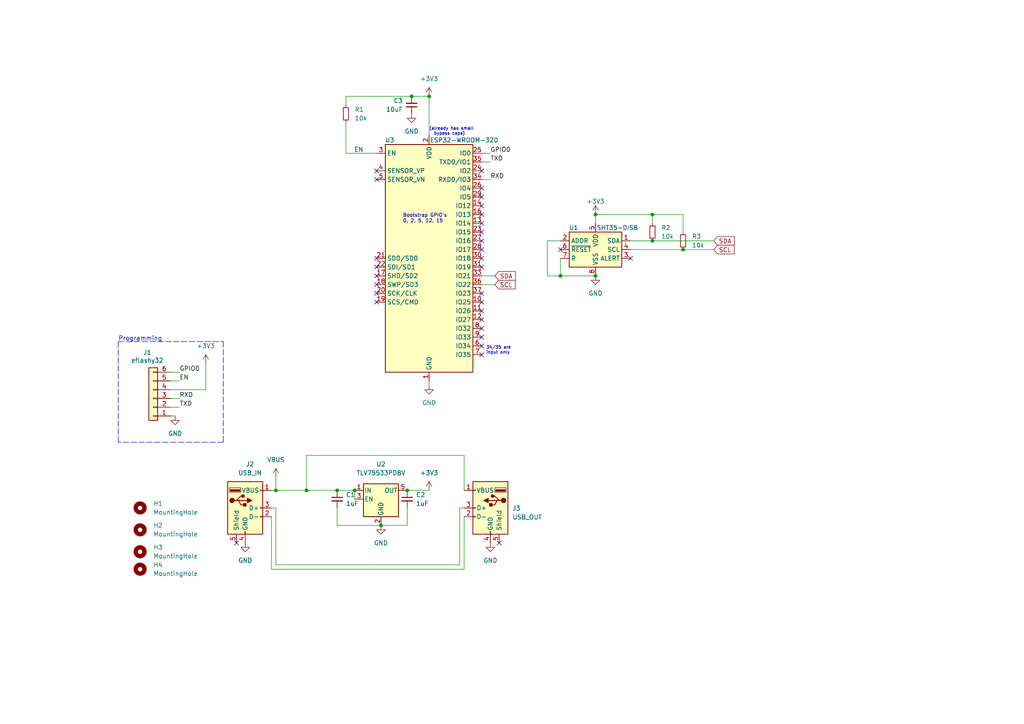
<source format=kicad_sch>
(kicad_sch (version 20210621) (generator eeschema)
  (paper "A4")
  (lib_symbols
    (symbol "Connector:USB_A" (pin_names (offset 1.016))
      (property "Reference" "J" (at -5.08 11.43 0))
      (property "Value" "USB_A" (at -5.08 8.89 0))
      (symbol "USB_A_0_1"
        (circle (center -3.81 2.159) (radius 0.635) (stroke (width 0.254)) (fill (type outline)))
        (circle (center -0.635 3.429) (radius 0.381) (stroke (width 0.254)) (fill (type outline)))
        (rectangle (start -1.27 4.572) (end -4.572 5.842))
        (rectangle (start -0.127 -7.62) (end 0.127 -6.858))
        (rectangle (start 5.08 -2.667) (end 4.318 -2.413))
        (rectangle (start 5.08 -0.127) (end 4.318 0.127))
        (rectangle (start 5.08 4.953) (end 4.318 5.207))
        (rectangle (start -1.524 4.826) (end -4.318 5.334) (fill (type outline)))
        (rectangle (start 0.254 1.27) (end -0.508 0.508) (stroke (width 0.254)) (fill (type outline)))
        (rectangle (start -5.08 -7.62) (end 5.08 7.62) (stroke (width 0.254)) (fill (type background)))
        (polyline (pts (xy -3.175 2.159) (xy -2.54 2.159) (xy -1.27 3.429) (xy -0.635 3.429)) (stroke (width 0.254)))
        (polyline (pts (xy -2.54 2.159) (xy -1.905 2.159) (xy -1.27 0.889) (xy 0 0.889)) (stroke (width 0.254)))
        (polyline (pts (xy 0.635 2.794) (xy 0.635 1.524) (xy 1.905 2.159) (xy 0.635 2.794)) (stroke (width 0.254)) (fill (type outline)))
      )
      (symbol "USB_A_1_1"
        (polyline (pts (xy -1.905 2.159) (xy 0.635 2.159)) (stroke (width 0.254)))
        (pin power_in line (at 7.62 5.08 180) (length 2.54) (name "VBUS") (number "1"))
        (pin bidirectional line (at 7.62 -2.54 180) (length 2.54) (name "D-") (number "2"))
        (pin bidirectional line (at 7.62 0 180) (length 2.54) (name "D+") (number "3"))
        (pin power_in line (at 0 -10.16 90) (length 2.54) (name "GND") (number "4"))
        (pin passive line (at -2.54 -10.16 90) (length 2.54) (name "Shield") (number "5"))
      )
    )
    (symbol "Connector_Generic:Conn_01x06" (pin_names (offset 1.016) hide)
      (property "Reference" "J" (at 0 7.62 0))
      (property "Value" "Conn_01x06" (at 0 -10.16 0))
      (symbol "Conn_01x06_1_1"
        (rectangle (start -1.27 -7.493) (end 0 -7.747) (stroke (width 0.1524)))
        (rectangle (start -1.27 -4.953) (end 0 -5.207) (stroke (width 0.1524)))
        (rectangle (start -1.27 -2.413) (end 0 -2.667) (stroke (width 0.1524)))
        (rectangle (start -1.27 0.127) (end 0 -0.127) (stroke (width 0.1524)))
        (rectangle (start -1.27 2.667) (end 0 2.413) (stroke (width 0.1524)))
        (rectangle (start -1.27 5.207) (end 0 4.953) (stroke (width 0.1524)))
        (rectangle (start -1.27 6.35) (end 1.27 -8.89) (stroke (width 0.254)) (fill (type background)))
        (pin passive line (at -5.08 5.08 0) (length 3.81) (name "Pin_1") (number "1"))
        (pin passive line (at -5.08 2.54 0) (length 3.81) (name "Pin_2") (number "2"))
        (pin passive line (at -5.08 0 0) (length 3.81) (name "Pin_3") (number "3"))
        (pin passive line (at -5.08 -2.54 0) (length 3.81) (name "Pin_4") (number "4"))
        (pin passive line (at -5.08 -5.08 0) (length 3.81) (name "Pin_5") (number "5"))
        (pin passive line (at -5.08 -7.62 0) (length 3.81) (name "Pin_6") (number "6"))
      )
    )
    (symbol "Device:C_Small" (pin_numbers hide) (pin_names (offset 0.254) hide)
      (property "Reference" "C" (at 0.254 1.778 0))
      (property "Value" "C_Small" (at 0.254 -2.032 0))
      (symbol "C_Small_0_1"
        (polyline (pts (xy -1.524 -0.508) (xy 1.524 -0.508)) (stroke (width 0.3302)))
        (polyline (pts (xy -1.524 0.508) (xy 1.524 0.508)) (stroke (width 0.3048)))
      )
      (symbol "C_Small_1_1"
        (pin passive line (at 0 2.54 270) (length 2.032) (name "~") (number "1"))
        (pin passive line (at 0 -2.54 90) (length 2.032) (name "~") (number "2"))
      )
    )
    (symbol "Device:R_Small" (pin_numbers hide) (pin_names (offset 0.254) hide)
      (property "Reference" "R" (at 0.762 0.508 0))
      (property "Value" "R_Small" (at 0.762 -1.016 0))
      (symbol "R_Small_0_1"
        (rectangle (start -0.762 1.778) (end 0.762 -1.778) (stroke (width 0.2032)))
      )
      (symbol "R_Small_1_1"
        (pin passive line (at 0 2.54 270) (length 0.762) (name "~") (number "1"))
        (pin passive line (at 0 -2.54 90) (length 0.762) (name "~") (number "2"))
      )
    )
    (symbol "Mechanical:MountingHole" (pin_names (offset 1.016))
      (property "Reference" "H" (at 0 5.08 0))
      (property "Value" "MountingHole" (at 0 3.175 0))
      (symbol "MountingHole_0_1"
        (circle (center 0 0) (radius 1.27) (stroke (width 1.27)))
      )
    )
    (symbol "RF_Module:ESP32-WROOM-32D"
      (property "Reference" "U" (at -12.7 34.29 0))
      (property "Value" "ESP32-WROOM-32D" (at 1.27 34.29 0))
      (symbol "ESP32-WROOM-32D_0_1"
        (rectangle (start -12.7 33.02) (end 12.7 -33.02) (stroke (width 0.254)) (fill (type background)))
      )
      (symbol "ESP32-WROOM-32D_1_1"
        (pin power_in line (at 0 -35.56 90) (length 2.54) (name "GND") (number "1"))
        (pin bidirectional line (at 15.24 -12.7 180) (length 2.54) (name "IO25") (number "10"))
        (pin bidirectional line (at 15.24 -15.24 180) (length 2.54) (name "IO26") (number "11"))
        (pin bidirectional line (at 15.24 -17.78 180) (length 2.54) (name "IO27") (number "12"))
        (pin bidirectional line (at 15.24 10.16 180) (length 2.54) (name "IO14") (number "13"))
        (pin bidirectional line (at 15.24 15.24 180) (length 2.54) (name "IO12") (number "14"))
        (pin passive line (at 0 -35.56 90) (length 2.54) hide (name "GND") (number "15"))
        (pin bidirectional line (at 15.24 12.7 180) (length 2.54) (name "IO13") (number "16"))
        (pin bidirectional line (at -15.24 -5.08 0) (length 2.54) (name "SHD/SD2") (number "17"))
        (pin bidirectional line (at -15.24 -7.62 0) (length 2.54) (name "SWP/SD3") (number "18"))
        (pin bidirectional line (at -15.24 -12.7 0) (length 2.54) (name "SCS/CMD") (number "19"))
        (pin power_in line (at 0 35.56 270) (length 2.54) (name "VDD") (number "2"))
        (pin bidirectional line (at -15.24 -10.16 0) (length 2.54) (name "SCK/CLK") (number "20"))
        (pin bidirectional line (at -15.24 0 0) (length 2.54) (name "SDO/SD0") (number "21"))
        (pin bidirectional line (at -15.24 -2.54 0) (length 2.54) (name "SDI/SD1") (number "22"))
        (pin bidirectional line (at 15.24 7.62 180) (length 2.54) (name "IO15") (number "23"))
        (pin bidirectional line (at 15.24 25.4 180) (length 2.54) (name "IO2") (number "24"))
        (pin bidirectional line (at 15.24 30.48 180) (length 2.54) (name "IO0") (number "25"))
        (pin bidirectional line (at 15.24 20.32 180) (length 2.54) (name "IO4") (number "26"))
        (pin bidirectional line (at 15.24 5.08 180) (length 2.54) (name "IO16") (number "27"))
        (pin bidirectional line (at 15.24 2.54 180) (length 2.54) (name "IO17") (number "28"))
        (pin bidirectional line (at 15.24 17.78 180) (length 2.54) (name "IO5") (number "29"))
        (pin input line (at -15.24 30.48 0) (length 2.54) (name "EN") (number "3"))
        (pin bidirectional line (at 15.24 0 180) (length 2.54) (name "IO18") (number "30"))
        (pin bidirectional line (at 15.24 -2.54 180) (length 2.54) (name "IO19") (number "31"))
        (pin no_connect line (at -12.7 -27.94 0) (length 2.54) hide (name "NC") (number "32"))
        (pin bidirectional line (at 15.24 -5.08 180) (length 2.54) (name "IO21") (number "33"))
        (pin bidirectional line (at 15.24 22.86 180) (length 2.54) (name "RXD0/IO3") (number "34"))
        (pin bidirectional line (at 15.24 27.94 180) (length 2.54) (name "TXD0/IO1") (number "35"))
        (pin bidirectional line (at 15.24 -7.62 180) (length 2.54) (name "IO22") (number "36"))
        (pin bidirectional line (at 15.24 -10.16 180) (length 2.54) (name "IO23") (number "37"))
        (pin passive line (at 0 -35.56 90) (length 2.54) hide (name "GND") (number "38"))
        (pin passive line (at 0 -35.56 90) (length 2.54) hide (name "GND") (number "39"))
        (pin input line (at -15.24 25.4 0) (length 2.54) (name "SENSOR_VP") (number "4"))
        (pin input line (at -15.24 22.86 0) (length 2.54) (name "SENSOR_VN") (number "5"))
        (pin input line (at 15.24 -25.4 180) (length 2.54) (name "IO34") (number "6"))
        (pin input line (at 15.24 -27.94 180) (length 2.54) (name "IO35") (number "7"))
        (pin bidirectional line (at 15.24 -20.32 180) (length 2.54) (name "IO32") (number "8"))
        (pin bidirectional line (at 15.24 -22.86 180) (length 2.54) (name "IO33") (number "9"))
      )
    )
    (symbol "Regulator_Linear:TLV75533PDBV" (pin_names (offset 0.254))
      (property "Reference" "U" (at -3.81 5.715 0))
      (property "Value" "TLV75533PDBV" (at 0 5.715 0))
      (symbol "TLV75533PDBV_0_1"
        (rectangle (start -5.08 4.445) (end 5.08 -5.08) (stroke (width 0.254)) (fill (type background)))
      )
      (symbol "TLV75533PDBV_1_1"
        (pin power_in line (at -7.62 2.54 0) (length 2.54) (name "IN") (number "1"))
        (pin power_in line (at 0 -7.62 90) (length 2.54) (name "GND") (number "2"))
        (pin input line (at -7.62 0 0) (length 2.54) (name "EN") (number "3"))
        (pin no_connect line (at 5.08 0 180) (length 2.54) hide (name "NC") (number "4"))
        (pin power_out line (at 7.62 2.54 180) (length 2.54) (name "OUT") (number "5"))
      )
    )
    (symbol "Sensor_Humidity:SHT30-DIS"
      (property "Reference" "U" (at -6.35 6.35 0))
      (property "Value" "SHT30-DIS" (at 6.35 6.35 0))
      (symbol "SHT30-DIS_0_1"
        (rectangle (start -7.62 5.08) (end 7.62 -5.08) (stroke (width 0.254)) (fill (type background)))
      )
      (symbol "SHT30-DIS_1_1"
        (pin bidirectional line (at 10.16 2.54 180) (length 2.54) (name "SDA") (number "1"))
        (pin input line (at -10.16 2.54 0) (length 2.54) (name "ADDR") (number "2"))
        (pin output line (at 10.16 -2.54 180) (length 2.54) (name "ALERT") (number "3"))
        (pin input line (at 10.16 0 180) (length 2.54) (name "SCL") (number "4"))
        (pin power_in line (at 0 7.62 270) (length 2.54) (name "VDD") (number "5"))
        (pin input line (at -10.16 0 0) (length 2.54) (name "~{RESET}") (number "6"))
        (pin passive line (at -10.16 -2.54 0) (length 2.54) (name "R") (number "7"))
        (pin power_in line (at 0 -7.62 90) (length 2.54) (name "VSS") (number "8"))
        (pin passive line (at 0 -7.62 90) (length 2.54) hide (name "VSS") (number "9"))
      )
    )
    (symbol "power:+3V3" (power) (pin_names (offset 0))
      (property "Value" "+3V3" (at 0 3.556 0))
      (symbol "+3V3_0_1"
        (polyline (pts (xy -0.762 1.27) (xy 0 2.54)))
        (polyline (pts (xy 0 0) (xy 0 2.54)))
        (polyline (pts (xy 0 2.54) (xy 0.762 1.27)))
      )
      (symbol "+3V3_1_1"
        (pin power_in line (at 0 0 90) (length 0) hide (name "+3V3") (number "1"))
      )
    )
    (symbol "power:GND" (power) (pin_names (offset 0))
      (property "Value" "GND" (at 0 -3.81 0))
      (symbol "GND_0_1"
        (polyline (pts (xy 0 0) (xy 0 -1.27) (xy 1.27 -1.27) (xy 0 -2.54) (xy -1.27 -1.27) (xy 0 -1.27)))
      )
      (symbol "GND_1_1"
        (pin power_in line (at 0 0 270) (length 0) hide (name "GND") (number "1"))
      )
    )
    (symbol "power:VBUS" (power) (pin_names (offset 0))
      (property "Value" "VBUS" (at 0 3.81 0))
      (symbol "VBUS_0_1"
        (polyline (pts (xy -0.762 1.27) (xy 0 2.54)))
        (polyline (pts (xy 0 0) (xy 0 2.54)))
        (polyline (pts (xy 0 2.54) (xy 0.762 1.27)))
      )
      (symbol "VBUS_1_1"
        (pin power_in line (at 0 0 90) (length 0) hide (name "VBUS") (number "1"))
      )
    )
  )
  (junction (at 80.01 142.24) (diameter 0.9144))
  (junction (at 88.9 142.24) (diameter 0.9144))
  (junction (at 97.79 142.24) (diameter 0.9144))
  (junction (at 102.87 142.24) (diameter 0.9144))
  (junction (at 110.49 152.4) (diameter 0.9144))
  (junction (at 118.11 142.24) (diameter 0.9144))
  (junction (at 119.38 27.94) (diameter 0.9144))
  (junction (at 124.46 27.94) (diameter 0.9144))
  (junction (at 162.56 80.01) (diameter 0.9144))
  (junction (at 172.72 62.23) (diameter 0.9144))
  (junction (at 172.72 80.01) (diameter 0.9144))
  (junction (at 189.23 62.23) (diameter 0.9144))
  (junction (at 189.23 69.85) (diameter 0.9144))
  (junction (at 198.12 72.39) (diameter 0.9144))
  (no_connect (at 68.58 157.48))
  (no_connect (at 109.22 49.53))
  (no_connect (at 109.22 52.07))
  (no_connect (at 109.22 74.93))
  (no_connect (at 109.22 77.47))
  (no_connect (at 109.22 80.01))
  (no_connect (at 109.22 82.55))
  (no_connect (at 109.22 85.09))
  (no_connect (at 109.22 87.63))
  (no_connect (at 139.7 49.53))
  (no_connect (at 139.7 54.61))
  (no_connect (at 139.7 57.15))
  (no_connect (at 139.7 59.69))
  (no_connect (at 139.7 62.23))
  (no_connect (at 139.7 64.77))
  (no_connect (at 139.7 67.31))
  (no_connect (at 139.7 69.85))
  (no_connect (at 139.7 72.39))
  (no_connect (at 139.7 74.93))
  (no_connect (at 139.7 77.47))
  (no_connect (at 139.7 85.09))
  (no_connect (at 139.7 87.63))
  (no_connect (at 139.7 90.17))
  (no_connect (at 139.7 92.71))
  (no_connect (at 139.7 95.25))
  (no_connect (at 139.7 97.79))
  (no_connect (at 139.7 100.33))
  (no_connect (at 139.7 102.87))
  (no_connect (at 144.78 157.48))
  (no_connect (at 162.56 72.39))
  (no_connect (at 182.88 74.93))
  (wire (pts (xy 49.53 110.49) (xy 52.07 110.49)))
  (wire (pts (xy 49.53 113.03) (xy 59.69 113.03)))
  (wire (pts (xy 49.53 118.11) (xy 52.07 118.11)))
  (wire (pts (xy 49.53 120.65) (xy 50.8 120.65)))
  (wire (pts (xy 52.07 107.95) (xy 49.53 107.95)))
  (wire (pts (xy 52.07 115.57) (xy 49.53 115.57)))
  (wire (pts (xy 59.69 113.03) (xy 59.69 105.41)))
  (wire (pts (xy 78.74 147.32) (xy 80.01 147.32)))
  (wire (pts (xy 78.74 165.1) (xy 78.74 149.86)))
  (wire (pts (xy 80.01 138.43) (xy 80.01 142.24)))
  (wire (pts (xy 80.01 142.24) (xy 78.74 142.24)))
  (wire (pts (xy 80.01 142.24) (xy 88.9 142.24)))
  (wire (pts (xy 80.01 147.32) (xy 80.01 163.83)))
  (wire (pts (xy 80.01 163.83) (xy 133.35 163.83)))
  (wire (pts (xy 88.9 132.08) (xy 134.62 132.08)))
  (wire (pts (xy 88.9 142.24) (xy 88.9 132.08)))
  (wire (pts (xy 88.9 142.24) (xy 97.79 142.24)))
  (wire (pts (xy 97.79 142.24) (xy 102.87 142.24)))
  (wire (pts (xy 97.79 152.4) (xy 97.79 147.32)))
  (wire (pts (xy 97.79 152.4) (xy 110.49 152.4)))
  (wire (pts (xy 100.33 27.94) (xy 100.33 30.48)))
  (wire (pts (xy 100.33 35.56) (xy 100.33 44.45)))
  (wire (pts (xy 102.87 142.24) (xy 102.87 144.78)))
  (wire (pts (xy 109.22 44.45) (xy 100.33 44.45)))
  (wire (pts (xy 110.49 152.4) (xy 118.11 152.4)))
  (wire (pts (xy 118.11 147.32) (xy 118.11 152.4)))
  (wire (pts (xy 119.38 27.94) (xy 100.33 27.94)))
  (wire (pts (xy 119.38 27.94) (xy 124.46 27.94)))
  (wire (pts (xy 124.46 27.94) (xy 124.46 39.37)))
  (wire (pts (xy 124.46 110.49) (xy 124.46 111.76)))
  (wire (pts (xy 124.46 142.24) (xy 118.11 142.24)))
  (wire (pts (xy 133.35 147.32) (xy 134.62 147.32)))
  (wire (pts (xy 133.35 163.83) (xy 133.35 147.32)))
  (wire (pts (xy 134.62 132.08) (xy 134.62 142.24)))
  (wire (pts (xy 134.62 149.86) (xy 134.62 165.1)))
  (wire (pts (xy 134.62 165.1) (xy 78.74 165.1)))
  (wire (pts (xy 139.7 44.45) (xy 142.24 44.45)))
  (wire (pts (xy 139.7 80.01) (xy 143.51 80.01)))
  (wire (pts (xy 139.7 82.55) (xy 143.51 82.55)))
  (wire (pts (xy 142.24 46.99) (xy 139.7 46.99)))
  (wire (pts (xy 142.24 52.07) (xy 139.7 52.07)))
  (wire (pts (xy 158.75 69.85) (xy 158.75 80.01)))
  (wire (pts (xy 158.75 80.01) (xy 162.56 80.01)))
  (wire (pts (xy 162.56 69.85) (xy 158.75 69.85)))
  (wire (pts (xy 162.56 74.93) (xy 162.56 80.01)))
  (wire (pts (xy 162.56 80.01) (xy 172.72 80.01)))
  (wire (pts (xy 172.72 62.23) (xy 172.72 64.77)))
  (wire (pts (xy 172.72 62.23) (xy 189.23 62.23)))
  (wire (pts (xy 182.88 69.85) (xy 189.23 69.85)))
  (wire (pts (xy 182.88 72.39) (xy 198.12 72.39)))
  (wire (pts (xy 189.23 62.23) (xy 189.23 64.77)))
  (wire (pts (xy 189.23 69.85) (xy 207.01 69.85)))
  (wire (pts (xy 198.12 62.23) (xy 189.23 62.23)))
  (wire (pts (xy 198.12 67.31) (xy 198.12 62.23)))
  (wire (pts (xy 198.12 72.39) (xy 207.01 72.39)))
  (polyline (pts (xy 34.29 99.06) (xy 64.77 99.06)) (stroke (width 0) (type dash)))
  (polyline (pts (xy 34.29 128.27) (xy 34.29 99.06)) (stroke (width 0) (type dash)))
  (polyline (pts (xy 64.77 99.06) (xy 64.77 128.27)) (stroke (width 0) (type dash)))
  (polyline (pts (xy 64.77 128.27) (xy 34.29 128.27)) (stroke (width 0) (type dash)))
  (text "Programming" (at 34.29 99.06 0) (effects (font (size 1.27 1.27)) (justify left bottom)))
  (text "Bootstrap GPIO's\n0, 2, 5, 12, 15" (at 116.84 64.77 0) (effects (font (size 0.9906 0.9906)) (justify left bottom)))
  (text "(already has small \n  bypass caps)" (at 124.46 39.37 0) (effects (font (size 0.889 0.889)) (justify left bottom)))
  (text "34/35 are\ninput only" (at 140.97 102.87 0) (effects (font (size 0.889 0.889)) (justify left bottom)))
  (label "GPIO0" (at 52.07 107.95 0))
  (label "EN" (at 52.07 110.49 0))
  (label "RXD" (at 52.07 115.57 0))
  (label "TXD" (at 52.07 118.11 0))
  (label "EN" (at 105.41 44.45 180))
  (label "GPIO0" (at 142.24 44.45 0))
  (label "TXD" (at 142.24 46.99 0))
  (label "RXD" (at 142.24 52.07 0))
  (global_label "SDA" (shape input) (at 143.51 80.01 0) (property "Intersheet References" "${INTERSHEET_REFS}" (effects hide)))
  (global_label "SCL" (shape input) (at 143.51 82.55 0) (property "Intersheet References" "${INTERSHEET_REFS}" (effects hide)))
  (global_label "SDA" (shape input) (at 207.01 69.85 0) (property "Intersheet References" "${INTERSHEET_REFS}" (effects hide)))
  (global_label "SCL" (shape input) (at 207.01 72.39 0) (property "Intersheet References" "${INTERSHEET_REFS}" (effects hide)))
  (symbol (lib_id "power:+3V3") (at 59.69 105.41 0) (unit 1)
    (property "Reference" "#PWR0103" (effects hide))
    (property "Value" "+3V3" (at 59.69 100.33 0))
  )
  (symbol (lib_id "power:VBUS") (at 80.01 138.43 0) (unit 1)
    (property "Reference" "#PWR0102" (effects hide))
    (property "Value" "VBUS" (at 80.01 133.35 0))
  )
  (symbol (lib_id "power:+3V3") (at 124.46 27.94 0) (unit 1)
    (property "Reference" "#PWR0109" (effects hide))
    (property "Value" "+3V3" (at 124.46 22.86 0))
  )
  (symbol (lib_id "power:+3V3") (at 124.46 142.24 0) (unit 1)
    (property "Reference" "#PWR0105" (effects hide))
    (property "Value" "+3V3" (at 124.46 137.16 0))
  )
  (symbol (lib_id "power:+3V3") (at 172.72 62.23 0) (unit 1)
    (property "Reference" "#PWR0111" (effects hide))
    (property "Value" "+3V3" (at 172.72 58.42 0))
  )
  (symbol (lib_id "power:GND") (at 50.8 120.65 0) (unit 1)
    (property "Reference" "#PWR0104" (effects hide))
    (property "Value" "GND" (at 50.8 125.73 0))
  )
  (symbol (lib_id "power:GND") (at 71.12 157.48 0) (unit 1)
    (property "Reference" "#PWR0101" (effects hide))
    (property "Value" "GND" (at 71.12 162.56 0))
  )
  (symbol (lib_id "power:GND") (at 110.49 152.4 0) (unit 1)
    (property "Reference" "#PWR0106" (effects hide))
    (property "Value" "GND" (at 110.49 157.48 0))
  )
  (symbol (lib_id "power:GND") (at 119.38 33.02 0) (unit 1)
    (property "Reference" "#PWR0110" (effects hide))
    (property "Value" "GND" (at 119.38 38.1 0))
  )
  (symbol (lib_id "power:GND") (at 124.46 111.76 0) (unit 1)
    (property "Reference" "#PWR0107" (effects hide))
    (property "Value" "GND" (at 124.46 116.84 0))
  )
  (symbol (lib_id "power:GND") (at 142.24 157.48 0) (unit 1)
    (property "Reference" "#PWR0108" (effects hide))
    (property "Value" "GND" (at 142.24 162.56 0))
  )
  (symbol (lib_id "power:GND") (at 172.72 80.01 0) (unit 1)
    (property "Reference" "#PWR0112" (effects hide))
    (property "Value" "GND" (at 172.72 85.09 0))
  )
  (symbol (lib_id "Device:R_Small") (at 100.33 33.02 0) (unit 1)
    (property "Reference" "R1" (at 102.87 31.7499 0) (effects (justify left)))
    (property "Value" "10k" (at 102.87 34.2899 0) (effects (justify left)))
    (property "Footprint" "Resistor_SMD:R_0805_2012Metric" (effects hide))
    (property "LCSC" "C17414" (effects hide))
  )
  (symbol (lib_id "Device:R_Small") (at 189.23 67.31 0) (unit 1)
    (property "Reference" "R2" (at 191.77 66.0399 0) (effects (justify left)))
    (property "Value" "10k" (at 191.77 68.5799 0) (effects (justify left)))
    (property "Footprint" "Resistor_SMD:R_0805_2012Metric" (effects hide))
    (property "LCSC" "C17414" (effects hide))
  )
  (symbol (lib_id "Device:R_Small") (at 198.12 69.85 0) (unit 1)
    (property "Reference" "R3" (at 200.66 68.5799 0) (effects (justify left)))
    (property "Value" "10k" (at 200.66 71.1199 0) (effects (justify left)))
    (property "Footprint" "Resistor_SMD:R_0805_2012Metric" (effects hide))
    (property "LCSC" "C17414" (effects hide))
  )
  (symbol (lib_id "Mechanical:MountingHole") (at 40.64 147.32 0) (unit 1)
    (property "Reference" "H1" (at 44.45 146.0499 0) (effects (justify left)))
    (property "Value" "MountingHole" (at 44.45 148.5899 0) (effects (justify left)))
    (property "Footprint" "MountingHole:MountingHole_3.2mm_M3" (effects hide))
  )
  (symbol (lib_id "Mechanical:MountingHole") (at 40.64 153.67 0) (unit 1)
    (property "Reference" "H2" (at 44.45 152.3999 0) (effects (justify left)))
    (property "Value" "MountingHole" (at 44.45 154.9399 0) (effects (justify left)))
    (property "Footprint" "MountingHole:MountingHole_3.2mm_M3" (effects hide))
  )
  (symbol (lib_id "Mechanical:MountingHole") (at 40.64 160.02 0) (unit 1)
    (property "Reference" "H3" (at 44.45 158.7499 0) (effects (justify left)))
    (property "Value" "MountingHole" (at 44.45 161.2899 0) (effects (justify left)))
    (property "Footprint" "MountingHole:MountingHole_3.2mm_M3" (effects hide))
  )
  (symbol (lib_id "Mechanical:MountingHole") (at 40.64 165.1 0) (unit 1)
    (property "Reference" "H4" (at 44.45 163.8299 0) (effects (justify left)))
    (property "Value" "MountingHole" (at 44.45 166.3699 0) (effects (justify left)))
    (property "Footprint" "MountingHole:MountingHole_3.2mm_M3" (effects hide))
  )
  (symbol (lib_id "Device:C_Small") (at 97.79 144.78 0) (unit 1)
    (property "Reference" "C1" (at 100.33 143.5099 0) (effects (justify left)))
    (property "Value" "1uF" (at 100.33 146.0499 0) (effects (justify left)))
    (property "Footprint" "Capacitor_SMD:C_0805_2012Metric" (effects hide))
    (property "LCSC" "C28323" (effects hide))
  )
  (symbol (lib_id "Device:C_Small") (at 118.11 144.78 0) (unit 1)
    (property "Reference" "C2" (at 120.65 143.5099 0) (effects (justify left)))
    (property "Value" "1uF" (at 120.65 146.0499 0) (effects (justify left)))
    (property "Footprint" "Capacitor_SMD:C_0805_2012Metric" (effects hide))
    (property "LCSC" "C28323" (effects hide))
  )
  (symbol (lib_id "Device:C_Small") (at 119.38 30.48 0) (mirror x) (unit 1)
    (property "Reference" "C3" (at 116.84 29.2099 0) (effects (justify right)))
    (property "Value" "10uF" (at 116.84 31.7499 0) (effects (justify right)))
    (property "Footprint" "Capacitor_SMD:C_0805_2012Metric" (effects hide))
    (property "LCSC" "C15850" (effects hide))
  )
  (symbol (lib_id "Connector_Generic:Conn_01x06") (at 44.45 115.57 180) (unit 1)
    (property "Reference" "J1" (at 42.7228 102.235 0))
    (property "Value" "eflashy32" (at 42.7228 104.5464 0))
    (property "Footprint" "Connector_PinHeader_2.54mm:PinHeader_1x06_P2.54mm_Vertical" (effects hide))
  )
  (symbol (lib_id "Regulator_Linear:TLV75533PDBV") (at 110.49 144.78 0) (unit 1)
    (property "Reference" "U2" (at 110.49 134.62 0))
    (property "Value" "TLV75533PDBV" (at 110.49 137.16 0))
    (property "Footprint" "Package_TO_SOT_SMD:SOT-23-5" (effects hide))
    (property "Datasheet" "http://www.ti.com/lit/ds/symlink/tlv755p.pdf" (effects hide))
    (property "LCSC" "C404027" (effects hide))
  )
  (symbol (lib_id "Connector:USB_A") (at 71.12 147.32 0) (unit 1)
    (property "Reference" "J2" (at 72.517 134.62 0))
    (property "Value" "USB_IN" (at 72.517 137.16 0))
    (property "Footprint" "esphome-humitemp:MOLEX_48037-0001" (effects hide))
    (property "Datasheet" " ~" (effects hide))
    (property "LCSC" "C112454" (effects hide))
  )
  (symbol (lib_id "Connector:USB_A") (at 142.24 147.32 0) (mirror y) (unit 1)
    (property "Reference" "J3" (at 148.59 147.4469 0) (effects (justify right)))
    (property "Value" "USB_OUT" (at 148.59 149.9869 0) (effects (justify right)))
    (property "Footprint" "Connector_USB:USB_A_Molex_67643_Horizontal" (effects hide))
    (property "Datasheet" " ~" (effects hide))
    (property "LCSC" "C2346" (effects hide))
  )
  (symbol (lib_id "Sensor_Humidity:SHT30-DIS") (at 172.72 72.39 0) (unit 1)
    (property "Reference" "U1" (at 166.37 66.04 0))
    (property "Value" "SHT35-DISB" (at 179.07 66.04 0))
    (property "Footprint" "Sensor_Humidity:Sensirion_DFN-8-1EP_2.5x2.5mm_P0.5mm_EP1.1x1.7mm" (effects hide))
    (property "Datasheet" "https://www.sensirion.com/fileadmin/user_upload/customers/sensirion/Dokumente/2_Humidity_Sensors/Datasheets/Sensirion_Humidity_Sensors_SHT3x_Datasheet_digital.pdf" (effects hide))
    (property "LCSC" "C90161" (effects hide))
  )
  (symbol (lib_id "RF_Module:ESP32-WROOM-32D") (at 124.46 74.93 0) (unit 1)
    (property "Reference" "U3" (at 113.03 40.64 0))
    (property "Value" "ESP32-WROOM-32D" (at 134.62 40.64 0))
    (property "Footprint" "RF_Module:ESP32-WROOM-32" (effects hide))
    (property "Datasheet" "https://www.espressif.com/sites/default/files/documentation/esp32-wroom-32d_esp32-wroom-32u_datasheet_en.pdf" (effects hide))
    (property "LCSC" "C473012" (effects hide))
  )
)
</source>
